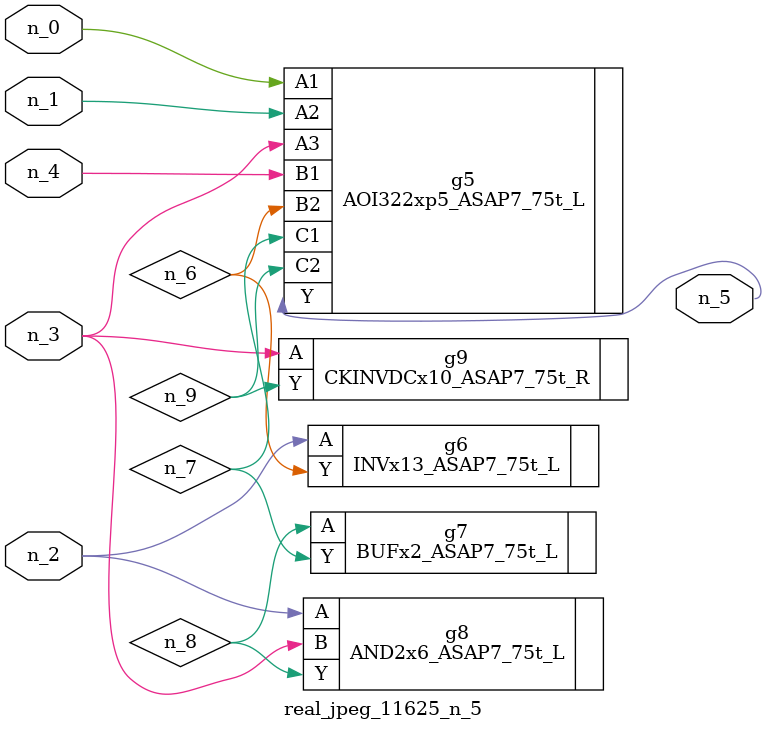
<source format=v>
module real_jpeg_11625_n_5 (n_4, n_0, n_1, n_2, n_3, n_5);

input n_4;
input n_0;
input n_1;
input n_2;
input n_3;

output n_5;

wire n_8;
wire n_6;
wire n_7;
wire n_9;

AOI322xp5_ASAP7_75t_L g5 ( 
.A1(n_0),
.A2(n_1),
.A3(n_3),
.B1(n_4),
.B2(n_6),
.C1(n_7),
.C2(n_9),
.Y(n_5)
);

INVx13_ASAP7_75t_L g6 ( 
.A(n_2),
.Y(n_6)
);

AND2x6_ASAP7_75t_L g8 ( 
.A(n_2),
.B(n_3),
.Y(n_8)
);

CKINVDCx10_ASAP7_75t_R g9 ( 
.A(n_3),
.Y(n_9)
);

BUFx2_ASAP7_75t_L g7 ( 
.A(n_8),
.Y(n_7)
);


endmodule
</source>
